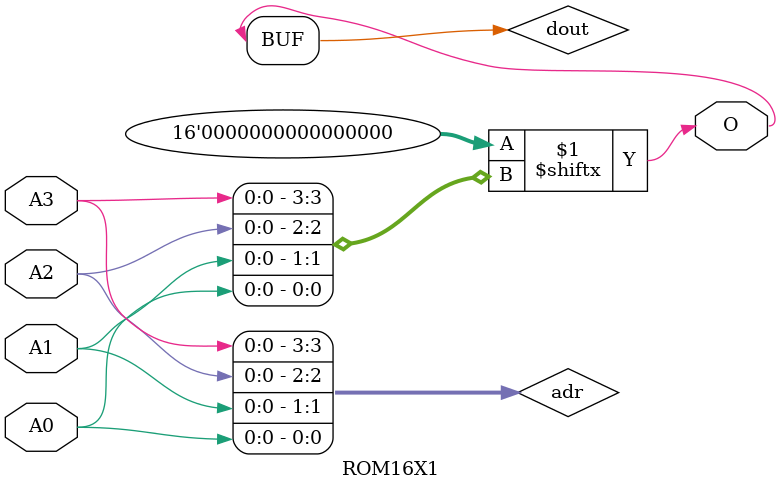
<source format=v>

/*

FUNCTION    : ROM 16x1

*/

`celldefine
`timescale  100 ps / 10 ps

module ROM16X1 (O, A0, A1, A2, A3);

    parameter INIT = 16'h0000;

    output O;

    input  A0, A1, A2, A3;

    wire [3:0] adr;
    wire dout;

    reg  mem [0:15];
    reg  [4:0] count;

    buf b1 (adr[3], A3);
    buf b2 (adr[2], A2);
    buf b3 (adr[1], A1);
    buf b4 (adr[0], A0);
    buf b5 (O, dout);

// synopsys translate_off
    initial begin
    for(count = 0; count < 16; count = count + 1)
        mem[count] = INIT[count];
    end
// synopsys translate_on

    assign dout = INIT[adr];

endmodule

</source>
